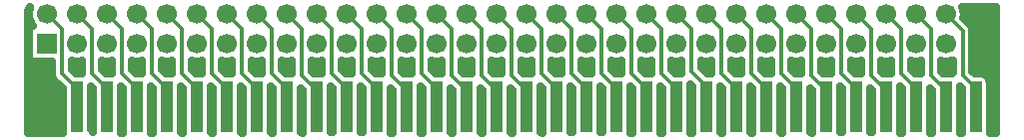
<source format=gbr>
G04 DipTrace 3.1.0.1*
G04 Bottom.gbr*
%MOMM*%
G04 #@! TF.FileFunction,Copper,L2,Bot*
G04 #@! TF.Part,Single*
%AMOUTLINE0*
4,1,4,
0.508,2.159,
-0.508,2.159,
-0.508,-2.159,
0.508,-2.159,
0.508,2.159,
0*%
G04 #@! TA.AperFunction,Conductor*
%ADD14C,0.33*%
G04 #@! TA.AperFunction,CopperBalancing*
%ADD15C,0.635*%
G04 #@! TA.AperFunction,ComponentPad*
%ADD16R,1.7X1.7*%
%ADD17C,1.7*%
%ADD27OUTLINE0*%
%FSLAX35Y35*%
G04*
G71*
G90*
G75*
G01*
G04 Bottom*
%LPD*%
X1508853Y1317533D2*
D14*
Y1475500D1*
X1381040Y1603313D1*
Y1985153D1*
X1254827Y2111367D1*
X1762853Y1317533D2*
Y1475527D1*
X1635067Y1603313D1*
Y1985127D1*
X1508827Y2111367D1*
X2016853Y1317533D2*
Y1475553D1*
X1889093Y1603313D1*
Y1985100D1*
X1762827Y2111367D1*
X2270853Y1317533D2*
Y1475580D1*
X2143120Y1603313D1*
Y1985073D1*
X2016827Y2111367D1*
X2524853Y1317533D2*
Y1475607D1*
X2397147Y1603313D1*
Y1985047D1*
X2270827Y2111367D1*
X2778853Y1317533D2*
Y1475633D1*
X2651173Y1603313D1*
Y1985020D1*
X2524827Y2111367D1*
X3032853Y1317533D2*
Y1475660D1*
X2905200Y1603313D1*
Y1984993D1*
X2778827Y2111367D1*
X3286853Y1317533D2*
Y1475687D1*
X3159227Y1603313D1*
Y1984967D1*
X3032827Y2111367D1*
X3540853Y1317533D2*
Y1459837D1*
X3413253Y1587437D1*
Y1984940D1*
X3286827Y2111367D1*
X3794853Y1317533D2*
Y1475740D1*
X3667280Y1603313D1*
Y1984913D1*
X3540827Y2111367D1*
X4048853Y1317533D2*
Y1475767D1*
X3921307Y1603313D1*
Y1984887D1*
X3794827Y2111367D1*
X4302853Y1317533D2*
Y1459917D1*
X4175333Y1587437D1*
Y1984860D1*
X4048827Y2111367D1*
X4556853Y1317533D2*
Y1475820D1*
X4429360Y1603313D1*
Y1984833D1*
X4302827Y2111367D1*
X4810853Y1317533D2*
Y1459970D1*
X4683387Y1587437D1*
Y1984807D1*
X4556827Y2111367D1*
X5064853Y1317533D2*
Y1459997D1*
X4937413Y1587437D1*
Y1984780D1*
X4810827Y2111367D1*
X5318853Y1317533D2*
Y1460023D1*
X5191440Y1587437D1*
Y1984753D1*
X5064827Y2111367D1*
X5572853Y1317533D2*
Y1475927D1*
X5445467Y1603313D1*
Y1984727D1*
X5318827Y2111367D1*
X5826853Y1317533D2*
Y1475953D1*
X5699493Y1603313D1*
Y1984700D1*
X5572827Y2111367D1*
X6080853Y1317533D2*
Y1475980D1*
X5953520Y1603313D1*
Y1984673D1*
X5826827Y2111367D1*
X6334853Y1317533D2*
Y1476007D1*
X6207547Y1603313D1*
Y1984647D1*
X6080827Y2111367D1*
X6588853Y1317533D2*
Y1476033D1*
X6461573Y1603313D1*
Y1984620D1*
X6334827Y2111367D1*
X6842853Y1317533D2*
Y1491937D1*
X6715600Y1619190D1*
Y1984593D1*
X6588827Y2111367D1*
X7096853Y1317533D2*
Y1476087D1*
X6969627Y1603313D1*
Y1984567D1*
X6842827Y2111367D1*
X7350853Y1317533D2*
Y1476113D1*
X7223653Y1603313D1*
Y1984540D1*
X7096827Y2111367D1*
X7604853Y1317533D2*
Y1476140D1*
X7477680Y1603313D1*
Y1984513D1*
X7350827Y2111367D1*
X7858853Y1317533D2*
Y1460290D1*
X7731707Y1587437D1*
Y1984487D1*
X7604827Y2111367D1*
X8112853Y1317533D2*
Y1476193D1*
X7985733Y1603313D1*
Y1984460D1*
X7858827Y2111367D1*
X8366853Y1317533D2*
Y1460343D1*
X8239760Y1587437D1*
Y1984433D1*
X8112827Y2111367D1*
X8620853Y1317533D2*
Y1476247D1*
X8493787Y1603313D1*
Y1984407D1*
X8366827Y2111367D1*
X8874853Y1317533D2*
Y1460397D1*
X8747813Y1587437D1*
Y1984380D1*
X8620827Y2111367D1*
X9128853Y1317533D2*
Y1476300D1*
X9017717Y1587437D1*
Y1968477D1*
X8874827Y2111367D1*
X9033468Y2109217D2*
D15*
X9294662D1*
X9065005Y2046050D2*
X9294662D1*
X9106567Y1982883D2*
X9294662D1*
X9107843Y1919717D2*
X9294662D1*
X9107843Y1856550D2*
X9294662D1*
X9107843Y1793383D2*
X9294662D1*
X9107843Y1730217D2*
X9294662D1*
X1104146Y1667050D2*
X1290873D1*
X1471190D2*
X1544896D1*
X1725213D2*
X1798919D1*
X1979237D2*
X2052943D1*
X2233260D2*
X2306966D1*
X2487284D2*
X2560990D1*
X2741307D2*
X2815104D1*
X2995330D2*
X3069128D1*
X3249354D2*
X3323151D1*
X3503377D2*
X3577175D1*
X3757401D2*
X3831198D1*
X4011424D2*
X4085222D1*
X4265448D2*
X4339245D1*
X4519471D2*
X4593268D1*
X4773494D2*
X4847292D1*
X5027518D2*
X5101315D1*
X5281541D2*
X5355339D1*
X5535565D2*
X5609362D1*
X5789588D2*
X5863386D1*
X6043703D2*
X6117409D1*
X6297726D2*
X6371432D1*
X6551750D2*
X6625456D1*
X6805773D2*
X6879479D1*
X7059797D2*
X7133503D1*
X7313820D2*
X7387526D1*
X7567843D2*
X7641550D1*
X7821867D2*
X7895573D1*
X8075890D2*
X8149597D1*
X8329914D2*
X8403620D1*
X8583937D2*
X8657643D1*
X8837961D2*
X8927617D1*
X9107843D2*
X9294662D1*
X1104146Y1603883D2*
X1290873D1*
X1505278D2*
X1544896D1*
X1759302D2*
X1798919D1*
X2013325D2*
X2052943D1*
X2267440D2*
X2306966D1*
X2521463D2*
X2560990D1*
X2775487D2*
X2815104D1*
X3029510D2*
X3069128D1*
X3283534D2*
X3323151D1*
X3521698D2*
X3577175D1*
X3791580D2*
X3831198D1*
X4045604D2*
X4085222D1*
X4283768D2*
X4339245D1*
X4553651D2*
X4593268D1*
X4791815D2*
X4847292D1*
X5045838D2*
X5101315D1*
X5299862D2*
X5355339D1*
X5569744D2*
X5609362D1*
X5823768D2*
X5863386D1*
X6077791D2*
X6117409D1*
X6331815D2*
X6371432D1*
X6585838D2*
X6626914D1*
X6855721D2*
X6879479D1*
X7093885D2*
X7133503D1*
X7347909D2*
X7387526D1*
X7601932D2*
X7641550D1*
X7840096D2*
X7895573D1*
X8109979D2*
X8149597D1*
X8348143D2*
X8403620D1*
X8618026D2*
X8657643D1*
X8856190D2*
X8927617D1*
X9126073D2*
X9294662D1*
X1104146Y1540717D2*
X1318763D1*
X9252856D2*
X9294662D1*
X1104146Y1477550D2*
X1381927D1*
X9253312D2*
X9294662D1*
X1104146Y1414383D2*
X1384388D1*
X9253312D2*
X9294662D1*
X1104146Y1351217D2*
X1384388D1*
X9253312D2*
X9294662D1*
X1104146Y1288050D2*
X1384388D1*
X9253312D2*
X9294662D1*
X1104146Y1224883D2*
X1384388D1*
X9253312D2*
X9294662D1*
X1104146Y1161717D2*
X1384388D1*
X9253312D2*
X9294662D1*
X1104146Y1098550D2*
X1384479D1*
X9253221D2*
X9294662D1*
X1125870Y2009657D2*
X1141456D1*
X1131621Y2021853D1*
X1119135Y2042228D1*
X1109990Y2064306D1*
X1104412Y2087543D1*
X1102537Y2111367D1*
X1104412Y2135190D1*
X1109990Y2158427D1*
X1115400Y2172403D1*
X1097750Y2134133D1*
Y1097714D1*
X1390935Y1097750D1*
X1390763Y1475058D1*
X1317325Y1548896D1*
X1309597Y1559533D1*
X1303628Y1571248D1*
X1299565Y1583753D1*
X1297508Y1596739D1*
X1297250Y1705123D1*
X1102537Y1705077D1*
Y2009657D1*
X1125870D1*
X1551256Y1711224D2*
X1532650Y1706952D1*
X1508827Y1705077D1*
X1485003Y1706952D1*
X1464868Y1711655D1*
X1464830Y1637979D1*
X1502096Y1600755D1*
X1551296Y1600723D1*
X1551277Y1711139D1*
X1805346Y1711250D2*
X1786650Y1706952D1*
X1762827Y1705077D1*
X1739003Y1706952D1*
X1718868Y1711655D1*
X1718857Y1637952D1*
X1756123Y1600754D1*
X1805296Y1600724D1*
X1805303Y1711139D1*
X2059346Y1711250D2*
X2040650Y1706952D1*
X2016827Y1705077D1*
X1993003Y1706952D1*
X1972868Y1711655D1*
X1972883Y1638108D1*
X2010149Y1600755D1*
X2059296Y1600724D1*
X2059330Y1711139D1*
X2313346Y1711250D2*
X2294650Y1706952D1*
X2270827Y1705077D1*
X2247003Y1706952D1*
X2226868Y1711655D1*
X2226910Y1638081D1*
X2264176Y1600755D1*
X2313419Y1600724D1*
X2313356Y1711139D1*
X2567346Y1711250D2*
X2548650Y1706952D1*
X2524827Y1705077D1*
X2501003Y1706952D1*
X2480958Y1711630D1*
X2480937Y1638054D1*
X2518203Y1600755D1*
X2567419Y1600724D1*
X2567383Y1711139D1*
X2821436Y1711275D2*
X2802650Y1706952D1*
X2778827Y1705077D1*
X2755003Y1706952D1*
X2734958Y1711630D1*
X2734964Y1638028D1*
X2772229Y1600755D1*
X2821419Y1600723D1*
X2821410Y1711139D1*
X3075436Y1711275D2*
X3056650Y1706952D1*
X3032827Y1705077D1*
X3009003Y1706952D1*
X2988958Y1711630D1*
X2988990Y1638001D1*
X3026256Y1600754D1*
X3075484Y1600724D1*
X3075437Y1711139D1*
X3329436Y1711275D2*
X3310650Y1706952D1*
X3286827Y1705077D1*
X3263003Y1706952D1*
X3243048Y1711605D1*
X3243017Y1637974D1*
X3280283Y1600754D1*
X3329484Y1600723D1*
X3329463Y1711122D1*
X3583526Y1711300D2*
X3564650Y1706952D1*
X3540827Y1705077D1*
X3517003Y1706952D1*
X3497048Y1711605D1*
X3497044Y1622088D1*
X3518455Y1600733D1*
X3583548Y1600724D1*
X3583490Y1711139D1*
X3837526Y1711300D2*
X3818650Y1706952D1*
X3794827Y1705077D1*
X3771003Y1706952D1*
X3751048Y1711605D1*
X3751070Y1638103D1*
X3788336Y1600755D1*
X3837548Y1600723D1*
X3837516Y1711139D1*
X4091526Y1711300D2*
X4072650Y1706952D1*
X4048827Y1705077D1*
X4025003Y1706952D1*
X4005138Y1711579D1*
X4005097Y1638077D1*
X4042363Y1600755D1*
X4091548Y1600724D1*
X4091543Y1711122D1*
X4345526Y1711300D2*
X4326650Y1706952D1*
X4302827Y1705077D1*
X4279003Y1706952D1*
X4259138Y1711579D1*
X4259123Y1622191D1*
X4280535Y1600732D1*
X4345613Y1600723D1*
X4345570Y1711139D1*
X4599616Y1711326D2*
X4580650Y1706952D1*
X4556827Y1705077D1*
X4533003Y1706952D1*
X4513138Y1711579D1*
X4513150Y1638023D1*
X4550416Y1600754D1*
X4599613Y1600724D1*
X4599596Y1711122D1*
X4853616Y1711326D2*
X4834650Y1706952D1*
X4810827Y1705077D1*
X4787003Y1706952D1*
X4767138Y1711579D1*
X4767177Y1622137D1*
X4788588Y1600733D1*
X4853613Y1600723D1*
X4853623Y1711304D1*
X5107616Y1711326D2*
X5088650Y1706952D1*
X5064827Y1705077D1*
X5041003Y1706952D1*
X5021228Y1711554D1*
X5021204Y1622111D1*
X5042615Y1600733D1*
X5107677Y1600724D1*
X5107650Y1711304D1*
X5361706Y1711351D2*
X5342650Y1706952D1*
X5318827Y1705077D1*
X5295003Y1706952D1*
X5275228Y1711554D1*
X5275230Y1622084D1*
X5296641Y1600733D1*
X5361742Y1600723D1*
X5361677Y1711139D1*
X5615706Y1711351D2*
X5596650Y1706952D1*
X5572827Y1705077D1*
X5549003Y1706952D1*
X5529228Y1711554D1*
X5529257Y1638099D1*
X5566523Y1600755D1*
X5615742Y1600724D1*
X5615703Y1711321D1*
X5869706Y1711351D2*
X5850650Y1706952D1*
X5826827Y1705077D1*
X5803003Y1706952D1*
X5783318Y1711529D1*
X5783283Y1638072D1*
X5820549Y1600754D1*
X5869742Y1600723D1*
X5869730Y1711321D1*
X6123796Y1711376D2*
X6104650Y1706952D1*
X6080827Y1705077D1*
X6057003Y1706952D1*
X6037318Y1711529D1*
X6037310Y1638046D1*
X6074576Y1600755D1*
X6123806Y1600724D1*
X6123756Y1711321D1*
X6377796Y1711376D2*
X6358650Y1706952D1*
X6334827Y1705077D1*
X6311003Y1706952D1*
X6291318Y1711529D1*
X6291337Y1638019D1*
X6328603Y1600755D1*
X6377806Y1600723D1*
X6377783Y1711321D1*
X6631796Y1711376D2*
X6612650Y1706952D1*
X6588827Y1705077D1*
X6565003Y1706952D1*
X6545408Y1711503D1*
X6545364Y1637992D1*
X6582629Y1600755D1*
X6633873Y1600724D1*
X6632068Y1612616D1*
X6631810Y1711338D1*
X6885796Y1711376D2*
X6866650Y1706952D1*
X6842827Y1705077D1*
X6819003Y1706952D1*
X6799408Y1711503D1*
X6799390Y1653825D1*
X6852511Y1600777D1*
X6885871Y1600723D1*
X6885837Y1711321D1*
X7139886Y1711402D2*
X7120650Y1706952D1*
X7096827Y1705077D1*
X7073003Y1706952D1*
X7053408Y1711503D1*
X7053417Y1637939D1*
X7090683Y1600754D1*
X7139871Y1600724D1*
X7139863Y1711321D1*
X7393886Y1711402D2*
X7374650Y1706952D1*
X7350827Y1705077D1*
X7327003Y1706952D1*
X7307408Y1711503D1*
X7307443Y1638095D1*
X7344709Y1600755D1*
X7393936Y1600724D1*
X7393890Y1711321D1*
X7647886Y1711402D2*
X7628650Y1706952D1*
X7604827Y1705077D1*
X7581003Y1706952D1*
X7561498Y1711478D1*
X7561470Y1638068D1*
X7598736Y1600755D1*
X7647936Y1600724D1*
X7647916Y1711304D1*
X7901976Y1711427D2*
X7882650Y1706952D1*
X7858827Y1705077D1*
X7835003Y1706952D1*
X7815498Y1711478D1*
X7815497Y1622182D1*
X7836908Y1600733D1*
X7902000Y1600724D1*
X7901943Y1711321D1*
X8155976Y1711427D2*
X8136650Y1706952D1*
X8112827Y1705077D1*
X8089003Y1706952D1*
X8069498Y1711478D1*
X8069524Y1638015D1*
X8106789Y1600755D1*
X8156000Y1600723D1*
X8155970Y1711304D1*
X8409976Y1711427D2*
X8390650Y1706952D1*
X8366827Y1705077D1*
X8343003Y1706952D1*
X8323588Y1711453D1*
X8323550Y1622129D1*
X8344961Y1600732D1*
X8410065Y1600724D1*
X8409997Y1711321D1*
X8664066Y1711453D2*
X8644650Y1706952D1*
X8620827Y1705077D1*
X8597003Y1706952D1*
X8577588Y1711453D1*
X8577577Y1637961D1*
X8614843Y1600754D1*
X8664000Y1600723D1*
X8664023Y1711304D1*
X8933911Y1717041D2*
X8921887Y1712530D1*
X8898650Y1706952D1*
X8874827Y1705077D1*
X8851003Y1706952D1*
X8831588Y1711453D1*
X8831604Y1622075D1*
X8853015Y1600733D1*
X8930953Y1600514D1*
X8933926Y1610770D1*
Y1716955D1*
X9026647Y2099418D2*
X9023902Y2080809D1*
X9081431Y2022894D1*
X9089160Y2012257D1*
X9095129Y2000542D1*
X9099192Y1988037D1*
X9101249Y1975051D1*
X9101507Y1805143D1*
Y1622214D1*
X9122918Y1600733D1*
X9184933Y1600516D1*
X9195362Y1598864D1*
X9205404Y1595601D1*
X9214812Y1590808D1*
X9223355Y1584601D1*
X9230821Y1577135D1*
X9237028Y1568592D1*
X9241821Y1559184D1*
X9245084Y1549142D1*
X9246736Y1538713D1*
X9246943Y1253433D1*
Y1101613D1*
X9256000Y1097750D1*
X9300935D1*
X9301006Y2172419D1*
X9014384Y2172383D1*
X9019663Y2158427D1*
X9025242Y2135190D1*
X9027117Y2111367D1*
X9026647Y2099418D1*
X9010763Y1101724D2*
Y1475969D1*
X8992974Y1493682D1*
X8992943Y1101613D1*
X8999333Y1097750D1*
X9010909D1*
X9010764Y1133454D1*
X8756763Y1101724D2*
Y1459928D1*
X8738974Y1477779D1*
X8738943Y1101613D1*
X8742667Y1097750D1*
X8756794D1*
X8756764Y1101654D1*
X8502763Y1101724D2*
Y1475787D1*
X8484974Y1493629D1*
X8484943Y1101613D1*
X8486000Y1097750D1*
X8502862D1*
X8502764Y1133454D1*
X8484943Y1133413D1*
X8248763Y1101724D2*
Y1459928D1*
X8230974Y1477726D1*
X8230943Y1101613D1*
X8248764Y1101654D1*
Y1133454D1*
X8230943Y1133413D1*
X7994763Y1101724D2*
Y1475787D1*
X7976974Y1493575D1*
X7976943Y1101613D1*
X7994764Y1101654D1*
Y1133454D1*
X7976943Y1133413D1*
X7740763Y1101724D2*
Y1459928D1*
X7722974Y1477672D1*
X7722943Y1101613D1*
X7740883Y1097750D1*
X7740764Y1133454D1*
X7722943Y1133413D1*
X7486763Y1101724D2*
Y1475787D1*
X7468974Y1493522D1*
X7468943Y1101613D1*
X7482667Y1097750D1*
X7486950D1*
X7486764Y1133454D1*
X7468943Y1133413D1*
X7232763Y1101724D2*
Y1475787D1*
X7214974Y1493496D1*
X7214943Y1101613D1*
X7226000Y1097750D1*
X7232836D1*
X7232764Y1133454D1*
X7214943Y1133413D1*
X6978764Y1101613D2*
X6978763Y1475605D1*
X6960974Y1493469D1*
X6960943Y1101613D1*
X6969333Y1097750D1*
X6978904D1*
X6724763Y1101724D2*
Y1491464D1*
X6706974Y1509319D1*
X6706943Y1101613D1*
X6712667Y1097750D1*
X6724789D1*
X6724764Y1133454D1*
X6706943Y1133413D1*
X6470763Y1101724D2*
Y1475605D1*
X6452974Y1493415D1*
X6452943Y1101613D1*
X6456000Y1097750D1*
X6470857D1*
X6470764Y1101654D1*
X6216763Y1101724D2*
Y1475605D1*
X6198974Y1493389D1*
X6199333Y1097750D1*
X6216924D1*
X6216764Y1133454D1*
X5962763Y1101724D2*
Y1475605D1*
X5944974Y1493362D1*
X5944943Y1101613D1*
X5962764Y1101654D1*
X5708763Y1101724D2*
Y1475605D1*
X5690974Y1493336D1*
X5690943Y1101613D1*
X5708764Y1101654D1*
Y1133454D1*
X5454763Y1101724D2*
Y1475605D1*
X5436974Y1493309D1*
X5436943Y1101613D1*
X5454945Y1097750D1*
X5454764Y1101654D1*
X5200763Y1101724D2*
Y1459563D1*
X5182974Y1477405D1*
X5182943Y1101613D1*
X5196000Y1097750D1*
X5200831D1*
X5200764Y1133454D1*
X4946763Y1101724D2*
Y1459563D1*
X4928974Y1477379D1*
X4928943Y1101613D1*
X4939333Y1097750D1*
X4946898D1*
X4946764Y1101654D1*
X4692763Y1101724D2*
Y1459563D1*
X4674974Y1477352D1*
X4674943Y1101613D1*
X4682667Y1097750D1*
X4692966D1*
X4692764Y1133454D1*
X4438763Y1101724D2*
Y1475422D1*
X4420974Y1493202D1*
X4420943Y1101613D1*
X4426000Y1097750D1*
X4438851D1*
X4438764Y1101654D1*
X4184763Y1101724D2*
Y1459563D1*
X4166974Y1477299D1*
X4166943Y1101613D1*
X4169333Y1097750D1*
X4184919D1*
X4184764Y1133454D1*
X3930763Y1101724D2*
Y1475422D1*
X3912974Y1493149D1*
X3912943Y1101613D1*
X3930764Y1101654D1*
X3676763Y1101724D2*
Y1475422D1*
X3658974Y1493122D1*
X3658943Y1101613D1*
X3676764Y1101654D1*
Y1133454D1*
X3422763Y1101724D2*
Y1459381D1*
X3404974Y1477219D1*
X3404943Y1101613D1*
X3422940Y1097750D1*
X3422764Y1101654D1*
X3168763Y1101724D2*
Y1475240D1*
X3150974Y1493069D1*
X3150943Y1101613D1*
X3166000Y1097750D1*
X3168825D1*
X3168764Y1133454D1*
X3150943Y1133413D1*
X2914763Y1101724D2*
Y1475240D1*
X2896974Y1493042D1*
X2896943Y1101613D1*
X2909333Y1097750D1*
X2914893D1*
X2914764Y1133454D1*
X2896943Y1133413D1*
X2660763Y1101724D2*
Y1475240D1*
X2642974Y1493015D1*
X2642943Y1101613D1*
X2652667Y1097750D1*
X2660961D1*
X2660764Y1133454D1*
X2642943Y1133413D1*
X2406763Y1101724D2*
Y1475240D1*
X2388974Y1492989D1*
X2388943Y1101613D1*
X2396000Y1097750D1*
X2406846D1*
X2406764Y1133454D1*
X2388943Y1133413D1*
X2152763Y1101724D2*
Y1475240D1*
X2134974Y1492962D1*
X2134943Y1101613D1*
X2139333Y1097750D1*
X2152914D1*
X2152764Y1133454D1*
X2134943Y1133413D1*
X1898763Y1101724D2*
Y1475058D1*
X1880974Y1492936D1*
X1880943Y1101613D1*
X1882667Y1097750D1*
X1898799D1*
X1898764Y1133454D1*
X1880943Y1133413D1*
X1644764Y1101613D2*
X1644763Y1475058D1*
X1626974Y1492909D1*
X1626943Y1133413D1*
D16*
X1254827Y1857367D3*
D17*
Y2111367D3*
X1508827Y1857367D3*
Y2111367D3*
X1762827Y1857367D3*
Y2111367D3*
X2016827Y1857367D3*
Y2111367D3*
X2270827Y1857367D3*
Y2111367D3*
X2524827Y1857367D3*
Y2111367D3*
X2778827Y1857367D3*
Y2111367D3*
X3032827Y1857367D3*
Y2111367D3*
X3286827Y1857367D3*
Y2111367D3*
X3540827Y1857367D3*
Y2111367D3*
X3794827Y1857367D3*
Y2111367D3*
X4048827Y1857367D3*
Y2111367D3*
X4302827Y1857367D3*
Y2111367D3*
X4556827Y1857367D3*
Y2111367D3*
X4810827Y1857367D3*
Y2111367D3*
X5064827Y1857367D3*
Y2111367D3*
X5318827Y1857367D3*
Y2111367D3*
X5572827Y1857367D3*
Y2111367D3*
X5826827Y1857367D3*
Y2111367D3*
X6080827Y1857367D3*
Y2111367D3*
X6334827Y1857367D3*
Y2111367D3*
X6588827Y1857367D3*
Y2111367D3*
X6842827Y1857367D3*
Y2111367D3*
X7096827Y1857367D3*
Y2111367D3*
X7350827Y1857367D3*
Y2111367D3*
X7604827Y1857367D3*
Y2111367D3*
X7858827Y1857367D3*
Y2111367D3*
X8112827Y1857367D3*
Y2111367D3*
X8366827Y1857367D3*
Y2111367D3*
X8620827Y1857367D3*
Y2111367D3*
X8874827Y1857367D3*
Y2111367D3*
D27*
X9128853Y1317533D3*
X8874853D3*
X8620853D3*
X8366853D3*
X8112853D3*
X7858853D3*
X7604853D3*
X7350853D3*
X7096853D3*
X6842853D3*
X6588853D3*
X6334853D3*
X6080853D3*
X5826853D3*
X5572853D3*
X5318853D3*
X5064853D3*
X4810853D3*
X4556853D3*
X4302853D3*
X4048853D3*
X3794853D3*
X3540853D3*
X3286853D3*
X3032853D3*
X2778853D3*
X2524853D3*
X2270853D3*
X2016853D3*
X1762853D3*
X1508853D3*
M02*

</source>
